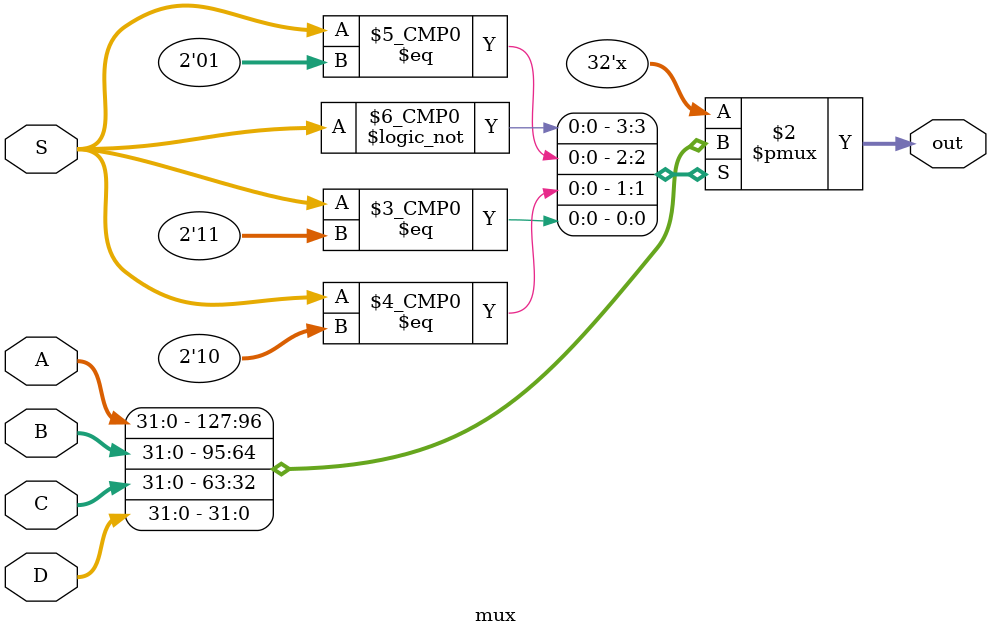
<source format=v>
module mux(A, B, C, D, S, out);
	
	// input declarations
	input [31:0] A, B, C, D;
	input [1:0] S;

	// output declarations
	output reg [31:0] out;
	
	always@(*)
	begin

		case(S)
			0 : out = A; // if select = 00, assign A to out
			1 : out = B; // if select = 01, assign B to out
			2 : out = C; // if select = 10, assign C to out
			3 : out = D; // if select = 11, assign D to out

		endcase
	end

endmodule
</source>
